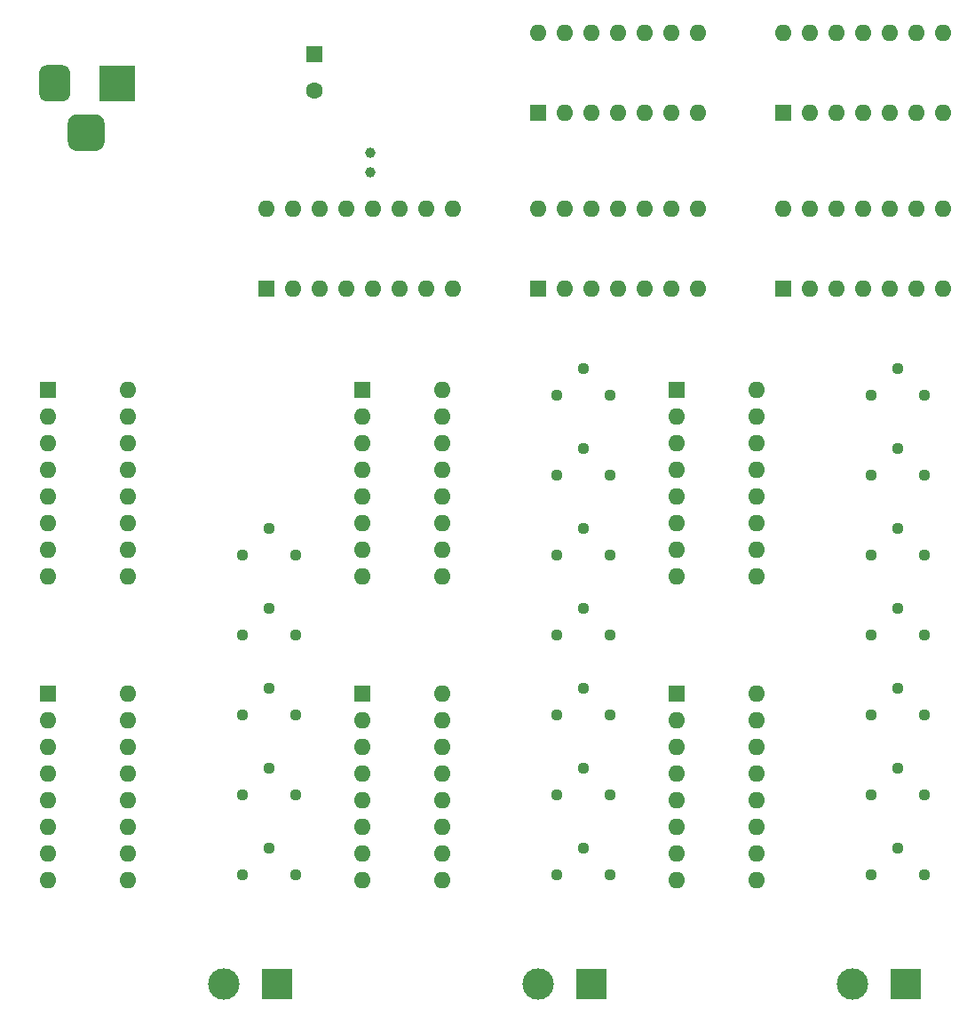
<source format=gbr>
%TF.GenerationSoftware,KiCad,Pcbnew,(5.1.10)-1*%
%TF.CreationDate,2021-09-09T00:33:46+07:00*%
%TF.ProjectId,ampmeter_clock,616d706d-6574-4657-925f-636c6f636b2e,1*%
%TF.SameCoordinates,Original*%
%TF.FileFunction,Soldermask,Bot*%
%TF.FilePolarity,Negative*%
%FSLAX46Y46*%
G04 Gerber Fmt 4.6, Leading zero omitted, Abs format (unit mm)*
G04 Created by KiCad (PCBNEW (5.1.10)-1) date 2021-09-09 00:33:46*
%MOMM*%
%LPD*%
G01*
G04 APERTURE LIST*
%ADD10C,1.600000*%
%ADD11R,1.600000X1.600000*%
%ADD12C,1.000000*%
%ADD13O,1.600000X1.600000*%
%ADD14C,1.120000*%
%ADD15C,3.000000*%
%ADD16R,3.000000X3.000000*%
%ADD17R,3.500000X3.500000*%
G04 APERTURE END LIST*
D10*
%TO.C,C17*%
X74676000Y-43378000D03*
D11*
X74676000Y-39878000D03*
%TD*%
D12*
%TO.C,Y1*%
X80010000Y-49276000D03*
X80010000Y-51176000D03*
%TD*%
D13*
%TO.C,U11*%
X56896000Y-100838000D03*
X49276000Y-118618000D03*
X56896000Y-103378000D03*
X49276000Y-116078000D03*
X56896000Y-105918000D03*
X49276000Y-113538000D03*
X56896000Y-108458000D03*
X49276000Y-110998000D03*
X56896000Y-110998000D03*
X49276000Y-108458000D03*
X56896000Y-113538000D03*
X49276000Y-105918000D03*
X56896000Y-116078000D03*
X49276000Y-103378000D03*
X56896000Y-118618000D03*
D11*
X49276000Y-100838000D03*
%TD*%
%TO.C,U10*%
X79248000Y-71882000D03*
D13*
X86868000Y-89662000D03*
X79248000Y-74422000D03*
X86868000Y-87122000D03*
X79248000Y-76962000D03*
X86868000Y-84582000D03*
X79248000Y-79502000D03*
X86868000Y-82042000D03*
X79248000Y-82042000D03*
X86868000Y-79502000D03*
X79248000Y-84582000D03*
X86868000Y-76962000D03*
X79248000Y-87122000D03*
X86868000Y-74422000D03*
X79248000Y-89662000D03*
X86868000Y-71882000D03*
%TD*%
D11*
%TO.C,U9*%
X79248000Y-100838000D03*
D13*
X86868000Y-118618000D03*
X79248000Y-103378000D03*
X86868000Y-116078000D03*
X79248000Y-105918000D03*
X86868000Y-113538000D03*
X79248000Y-108458000D03*
X86868000Y-110998000D03*
X79248000Y-110998000D03*
X86868000Y-108458000D03*
X79248000Y-113538000D03*
X86868000Y-105918000D03*
X79248000Y-116078000D03*
X86868000Y-103378000D03*
X79248000Y-118618000D03*
X86868000Y-100838000D03*
%TD*%
%TO.C,U8*%
X116840000Y-71882000D03*
X109220000Y-89662000D03*
X116840000Y-74422000D03*
X109220000Y-87122000D03*
X116840000Y-76962000D03*
X109220000Y-84582000D03*
X116840000Y-79502000D03*
X109220000Y-82042000D03*
X116840000Y-82042000D03*
X109220000Y-79502000D03*
X116840000Y-84582000D03*
X109220000Y-76962000D03*
X116840000Y-87122000D03*
X109220000Y-74422000D03*
X116840000Y-89662000D03*
D11*
X109220000Y-71882000D03*
%TD*%
D13*
%TO.C,U7*%
X116840000Y-100838000D03*
X109220000Y-118618000D03*
X116840000Y-103378000D03*
X109220000Y-116078000D03*
X116840000Y-105918000D03*
X109220000Y-113538000D03*
X116840000Y-108458000D03*
X109220000Y-110998000D03*
X116840000Y-110998000D03*
X109220000Y-108458000D03*
X116840000Y-113538000D03*
X109220000Y-105918000D03*
X116840000Y-116078000D03*
X109220000Y-103378000D03*
X116840000Y-118618000D03*
D11*
X109220000Y-100838000D03*
%TD*%
%TO.C,U6*%
X70104000Y-62230000D03*
D13*
X87884000Y-54610000D03*
X72644000Y-62230000D03*
X85344000Y-54610000D03*
X75184000Y-62230000D03*
X82804000Y-54610000D03*
X77724000Y-62230000D03*
X80264000Y-54610000D03*
X80264000Y-62230000D03*
X77724000Y-54610000D03*
X82804000Y-62230000D03*
X75184000Y-54610000D03*
X85344000Y-62230000D03*
X72644000Y-54610000D03*
X87884000Y-62230000D03*
X70104000Y-54610000D03*
%TD*%
%TO.C,U5*%
X96012000Y-54610000D03*
X111252000Y-62230000D03*
X98552000Y-54610000D03*
X108712000Y-62230000D03*
X101092000Y-54610000D03*
X106172000Y-62230000D03*
X103632000Y-54610000D03*
X103632000Y-62230000D03*
X106172000Y-54610000D03*
X101092000Y-62230000D03*
X108712000Y-54610000D03*
X98552000Y-62230000D03*
X111252000Y-54610000D03*
D11*
X96012000Y-62230000D03*
%TD*%
D13*
%TO.C,U4*%
X119380000Y-54610000D03*
X134620000Y-62230000D03*
X121920000Y-54610000D03*
X132080000Y-62230000D03*
X124460000Y-54610000D03*
X129540000Y-62230000D03*
X127000000Y-54610000D03*
X127000000Y-62230000D03*
X129540000Y-54610000D03*
X124460000Y-62230000D03*
X132080000Y-54610000D03*
X121920000Y-62230000D03*
X134620000Y-54610000D03*
D11*
X119380000Y-62230000D03*
%TD*%
D13*
%TO.C,U3*%
X96012000Y-37846000D03*
X111252000Y-45466000D03*
X98552000Y-37846000D03*
X108712000Y-45466000D03*
X101092000Y-37846000D03*
X106172000Y-45466000D03*
X103632000Y-37846000D03*
X103632000Y-45466000D03*
X106172000Y-37846000D03*
X101092000Y-45466000D03*
X108712000Y-37846000D03*
X98552000Y-45466000D03*
X111252000Y-37846000D03*
D11*
X96012000Y-45466000D03*
%TD*%
D13*
%TO.C,U2*%
X119380000Y-37846000D03*
X134620000Y-45466000D03*
X121920000Y-37846000D03*
X132080000Y-45466000D03*
X124460000Y-37846000D03*
X129540000Y-45466000D03*
X127000000Y-37846000D03*
X127000000Y-45466000D03*
X129540000Y-37846000D03*
X124460000Y-45466000D03*
X132080000Y-37846000D03*
X121920000Y-45466000D03*
X134620000Y-37846000D03*
D11*
X119380000Y-45466000D03*
%TD*%
D13*
%TO.C,U1*%
X56896000Y-71882000D03*
X49276000Y-89662000D03*
X56896000Y-74422000D03*
X49276000Y-87122000D03*
X56896000Y-76962000D03*
X49276000Y-84582000D03*
X56896000Y-79502000D03*
X49276000Y-82042000D03*
X56896000Y-82042000D03*
X49276000Y-79502000D03*
X56896000Y-84582000D03*
X49276000Y-76962000D03*
X56896000Y-87122000D03*
X49276000Y-74422000D03*
X56896000Y-89662000D03*
D11*
X49276000Y-71882000D03*
%TD*%
D14*
%TO.C,RV19*%
X132842000Y-72416000D03*
X130302000Y-69876000D03*
X127762000Y-72416000D03*
%TD*%
%TO.C,RV18*%
X102870000Y-72416000D03*
X100330000Y-69876000D03*
X97790000Y-72416000D03*
%TD*%
%TO.C,RV17*%
X132842000Y-80036000D03*
X130302000Y-77496000D03*
X127762000Y-80036000D03*
%TD*%
%TO.C,RV16*%
X102870000Y-80036000D03*
X100330000Y-77496000D03*
X97790000Y-80036000D03*
%TD*%
%TO.C,RV15*%
X132842000Y-87656000D03*
X130302000Y-85116000D03*
X127762000Y-87656000D03*
%TD*%
%TO.C,RV14*%
X102870000Y-87656000D03*
X100330000Y-85116000D03*
X97790000Y-87656000D03*
%TD*%
%TO.C,RV13*%
X72898000Y-87656000D03*
X70358000Y-85116000D03*
X67818000Y-87656000D03*
%TD*%
%TO.C,RV12*%
X132842000Y-95276000D03*
X130302000Y-92736000D03*
X127762000Y-95276000D03*
%TD*%
%TO.C,RV11*%
X102870000Y-95250000D03*
X100330000Y-92710000D03*
X97790000Y-95250000D03*
%TD*%
%TO.C,RV10*%
X72898000Y-95276000D03*
X70358000Y-92736000D03*
X67818000Y-95276000D03*
%TD*%
%TO.C,RV9*%
X132842000Y-102896000D03*
X130302000Y-100356000D03*
X127762000Y-102896000D03*
%TD*%
%TO.C,RV8*%
X102870000Y-102896000D03*
X100330000Y-100356000D03*
X97790000Y-102896000D03*
%TD*%
%TO.C,RV7*%
X72898000Y-102896000D03*
X70358000Y-100356000D03*
X67818000Y-102896000D03*
%TD*%
%TO.C,RV6*%
X132842000Y-110516000D03*
X130302000Y-107976000D03*
X127762000Y-110516000D03*
%TD*%
%TO.C,RV5*%
X102870000Y-110516000D03*
X100330000Y-107976000D03*
X97790000Y-110516000D03*
%TD*%
%TO.C,RV4*%
X72898000Y-110516000D03*
X70358000Y-107976000D03*
X67818000Y-110516000D03*
%TD*%
%TO.C,RV3*%
X132842000Y-118136000D03*
X130302000Y-115596000D03*
X127762000Y-118136000D03*
%TD*%
%TO.C,RV2*%
X102870000Y-118136000D03*
X100330000Y-115596000D03*
X97790000Y-118136000D03*
%TD*%
%TO.C,RV1*%
X72898000Y-118136000D03*
X70358000Y-115596000D03*
X67818000Y-118136000D03*
%TD*%
D15*
%TO.C,MES3*%
X125984000Y-128524000D03*
D16*
X131064000Y-128524000D03*
%TD*%
D15*
%TO.C,MES2*%
X96012000Y-128524000D03*
D16*
X101092000Y-128524000D03*
%TD*%
D15*
%TO.C,MES1*%
X66040000Y-128524000D03*
D16*
X71120000Y-128524000D03*
%TD*%
%TO.C,J1*%
G36*
G01*
X51130000Y-48247000D02*
X51130000Y-46497000D01*
G75*
G02*
X52005000Y-45622000I875000J0D01*
G01*
X53755000Y-45622000D01*
G75*
G02*
X54630000Y-46497000I0J-875000D01*
G01*
X54630000Y-48247000D01*
G75*
G02*
X53755000Y-49122000I-875000J0D01*
G01*
X52005000Y-49122000D01*
G75*
G02*
X51130000Y-48247000I0J875000D01*
G01*
G37*
G36*
G01*
X48380000Y-43672000D02*
X48380000Y-41672000D01*
G75*
G02*
X49130000Y-40922000I750000J0D01*
G01*
X50630000Y-40922000D01*
G75*
G02*
X51380000Y-41672000I0J-750000D01*
G01*
X51380000Y-43672000D01*
G75*
G02*
X50630000Y-44422000I-750000J0D01*
G01*
X49130000Y-44422000D01*
G75*
G02*
X48380000Y-43672000I0J750000D01*
G01*
G37*
D17*
X55880000Y-42672000D03*
%TD*%
M02*

</source>
